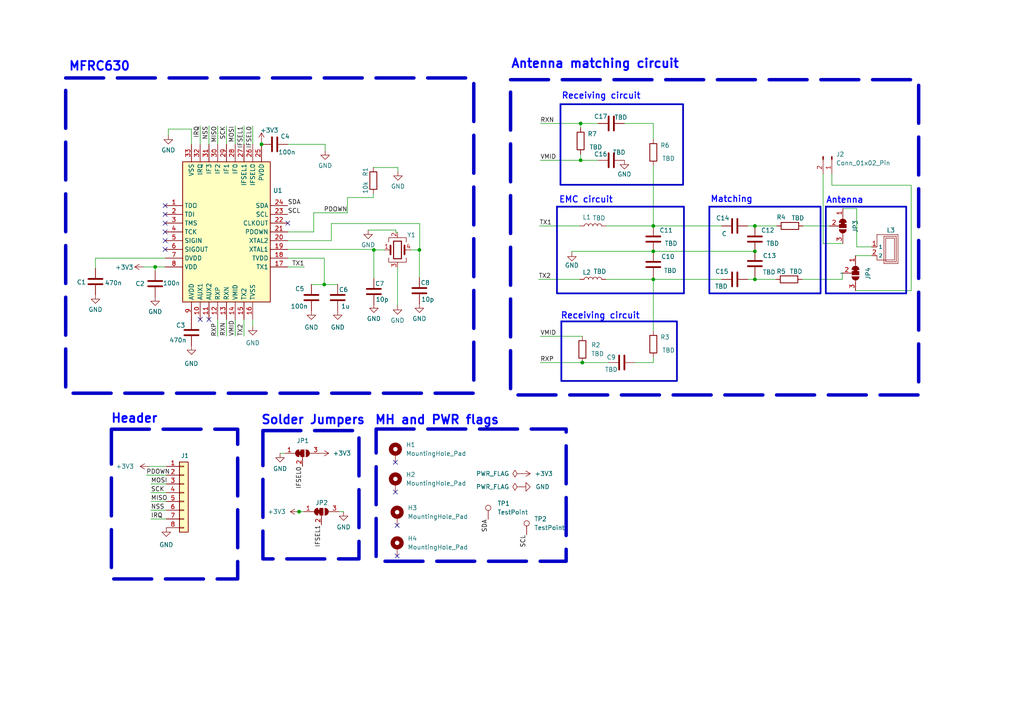
<source format=kicad_sch>
(kicad_sch (version 20230121) (generator eeschema)
  (paper "A4")
  (title_block (title "NFC_Programmer") (date "2023-11-25") (rev "2.0") (company "TycheTools"))
  (lib_symbols
    (symbol "Connector:Conn_01x02_Pin" (pin_names (offset 1.016) hide)
      (property "Reference" "J" (at 0 2.54 0))
      (property "Value" "Conn_01x02_Pin" (at 0 -5.08 0))
      (symbol "Conn_01x02_Pin_1_1"
        (polyline (pts (xy 1.27 -2.54) (xy 0.8636 -2.54)) (stroke (width 0.1524)))
        (polyline (pts (xy 1.27 0) (xy 0.8636 0)) (stroke (width 0.1524)))
        (rectangle (start 0.8636 -2.413) (end 0 -2.667) (stroke (width 0.1524)) (fill (type outline)))
        (rectangle (start 0.8636 0.127) (end 0 -0.127) (stroke (width 0.1524)) (fill (type outline)))
        (pin passive line (at 5.08 0 180) (length 3.81) (name "Pin_1") (number "1"))
        (pin passive line (at 5.08 -2.54 180) (length 3.81) (name "Pin_2") (number "2"))
      )
    )
    (symbol "Connector:TestPoint" (pin_numbers hide) (pin_names (offset 0.762) hide)
      (property "Reference" "TP" (at 0 6.858 0))
      (property "Value" "TestPoint" (at 0 5.08 0))
      (symbol "TestPoint_0_1"
        (circle (center 0 3.302) (radius 0.762))
      )
      (symbol "TestPoint_1_1"
        (pin passive line (at 0 0 90) (length 2.54) (name "1") (number "1"))
      )
    )
    (symbol "Connector_Generic:Conn_01x08" (pin_names (offset 1.016) hide)
      (property "Reference" "J" (at 0 10.16 0))
      (property "Value" "Conn_01x08" (at 0 -12.7 0))
      (symbol "Conn_01x08_1_1"
        (rectangle (start -1.27 -10.033) (end 0 -10.287) (stroke (width 0.1524)))
        (rectangle (start -1.27 -7.493) (end 0 -7.747) (stroke (width 0.1524)))
        (rectangle (start -1.27 -4.953) (end 0 -5.207) (stroke (width 0.1524)))
        (rectangle (start -1.27 -2.413) (end 0 -2.667) (stroke (width 0.1524)))
        (rectangle (start -1.27 0.127) (end 0 -0.127) (stroke (width 0.1524)))
        (rectangle (start -1.27 2.667) (end 0 2.413) (stroke (width 0.1524)))
        (rectangle (start -1.27 5.207) (end 0 4.953) (stroke (width 0.1524)))
        (rectangle (start -1.27 7.747) (end 0 7.493) (stroke (width 0.1524)))
        (rectangle (start -1.27 8.89) (end 1.27 -11.43) (stroke (width 0.254)) (fill (type background)))
        (pin passive line (at -5.08 7.62 0) (length 3.81) (name "Pin_1") (number "1"))
        (pin passive line (at -5.08 5.08 0) (length 3.81) (name "Pin_2") (number "2"))
        (pin passive line (at -5.08 2.54 0) (length 3.81) (name "Pin_3") (number "3"))
        (pin passive line (at -5.08 0 0) (length 3.81) (name "Pin_4") (number "4"))
        (pin passive line (at -5.08 -2.54 0) (length 3.81) (name "Pin_5") (number "5"))
        (pin passive line (at -5.08 -5.08 0) (length 3.81) (name "Pin_6") (number "6"))
        (pin passive line (at -5.08 -7.62 0) (length 3.81) (name "Pin_7") (number "7"))
        (pin passive line (at -5.08 -10.16 0) (length 3.81) (name "Pin_8") (number "8"))
      )
    )
    (symbol "Device:C" (pin_numbers hide) (pin_names (offset 0.254))
      (property "Reference" "C" (at 0.635 2.54 0))
      (property "Value" "C" (at 0.635 -2.54 0))
      (symbol "C_0_1"
        (polyline (pts (xy -2.032 -0.762) (xy 2.032 -0.762)) (stroke (width 0.508)))
        (polyline (pts (xy -2.032 0.762) (xy 2.032 0.762)) (stroke (width 0.508)))
      )
      (symbol "C_1_1"
        (pin passive line (at 0 3.81 270) (length 2.794) (name "~") (number "1"))
        (pin passive line (at 0 -3.81 90) (length 2.794) (name "~") (number "2"))
      )
    )
    (symbol "Device:Crystal_GND23" (pin_names (offset 1.016) hide)
      (property "Reference" "Y" (at 3.175 5.08 0))
      (property "Value" "Crystal_GND23" (at 3.175 3.175 0))
      (symbol "Crystal_GND23_0_1"
        (rectangle (start -1.143 2.54) (end 1.143 -2.54) (stroke (width 0.3048)))
        (polyline (pts (xy -2.54 0) (xy -2.032 0)))
        (polyline (pts (xy -2.032 -1.27) (xy -2.032 1.27)) (stroke (width 0.508)))
        (polyline (pts (xy 0 -3.81) (xy 0 -3.556)))
        (polyline (pts (xy 0 3.556) (xy 0 3.81)))
        (polyline (pts (xy 2.032 -1.27) (xy 2.032 1.27)) (stroke (width 0.508)))
        (polyline (pts (xy 2.032 0) (xy 2.54 0)))
        (polyline (pts (xy -2.54 -2.286) (xy -2.54 -3.556) (xy 2.54 -3.556) (xy 2.54 -2.286)))
        (polyline (pts (xy -2.54 2.286) (xy -2.54 3.556) (xy 2.54 3.556) (xy 2.54 2.286)))
      )
      (symbol "Crystal_GND23_1_1"
        (pin passive line (at -3.81 0 0) (length 1.27) (name "1") (number "1"))
        (pin passive line (at 0 5.08 270) (length 1.27) (name "2") (number "2"))
        (pin passive line (at 0 -5.08 90) (length 1.27) (name "3") (number "3"))
        (pin passive line (at 3.81 0 180) (length 1.27) (name "4") (number "4"))
      )
    )
    (symbol "Device:L" (pin_numbers hide) (pin_names (offset 1.016) hide)
      (property "Reference" "L" (at -1.27 0 90))
      (property "Value" "L" (at 1.905 0 90))
      (symbol "L_0_1"
        (arc (start 0 -2.54) (mid 0.6323 -1.905) (end 0 -1.27))
        (arc (start 0 -1.27) (mid 0.6323 -0.635) (end 0 0))
        (arc (start 0 0) (mid 0.6323 0.635) (end 0 1.27))
        (arc (start 0 1.27) (mid 0.6323 1.905) (end 0 2.54))
      )
      (symbol "L_1_1"
        (pin passive line (at 0 3.81 270) (length 1.27) (name "1") (number "1"))
        (pin passive line (at 0 -3.81 90) (length 1.27) (name "2") (number "2"))
      )
    )
    (symbol "Device:R" (pin_numbers hide) (pin_names (offset 0))
      (property "Reference" "R" (at 2.032 0 90))
      (property "Value" "R" (at 0 0 90))
      (symbol "R_0_1"
        (rectangle (start -1.016 -2.54) (end 1.016 2.54) (stroke (width 0.254)))
      )
      (symbol "R_1_1"
        (pin passive line (at 0 3.81 270) (length 1.27) (name "~") (number "1"))
        (pin passive line (at 0 -3.81 90) (length 1.27) (name "~") (number "2"))
      )
    )
    (symbol "Jumper:SolderJumper_3_Bridged12" (pin_names (offset 0) hide)
      (property "Reference" "JP" (at -2.54 -2.54 0))
      (property "Value" "SolderJumper_3_Bridged12" (at 0 2.794 0))
      (symbol "SolderJumper_3_Bridged12_0_1"
        (rectangle (start -1.016 0.508) (end -0.508 -0.508) (fill (type outline)))
        (arc (start -1.016 1.016) (mid -2.0276 0) (end -1.016 -1.016))
        (arc (start -1.016 1.016) (mid -2.0276 0) (end -1.016 -1.016) (fill (type outline)))
        (rectangle (start -0.508 1.016) (end 0.508 -1.016) (fill (type outline)))
        (polyline (pts (xy -2.54 0) (xy -2.032 0)))
        (polyline (pts (xy -1.016 1.016) (xy -1.016 -1.016)))
        (polyline (pts (xy 0 -1.27) (xy 0 -1.016)))
        (polyline (pts (xy 1.016 1.016) (xy 1.016 -1.016)))
        (polyline (pts (xy 2.54 0) (xy 2.032 0)))
        (arc (start 1.016 -1.016) (mid 2.0276 0) (end 1.016 1.016))
        (arc (start 1.016 -1.016) (mid 2.0276 0) (end 1.016 1.016) (fill (type outline)))
      )
      (symbol "SolderJumper_3_Bridged12_1_1"
        (pin passive line (at -5.08 0 0) (length 2.54) (name "A") (number "1"))
        (pin passive line (at 0 -3.81 90) (length 2.54) (name "C") (number "2"))
        (pin passive line (at 5.08 0 180) (length 2.54) (name "B") (number "3"))
      )
    )
    (symbol "LIB2:Antenna_L"
      (property "Reference" "L" (at 6.35 8.89 0))
      (symbol "Antenna_L_0_1"
        (polyline (pts (xy 10.16 3.81) (xy 15.24 3.81)))
        (polyline (pts (xy 10.16 5.08) (xy 10.16 3.81)))
        (polyline (pts (xy 10.16 7.62) (xy 10.16 7.62)))
        (polyline (pts (xy 10.16 7.62) (xy 10.16 11.176)))
        (polyline (pts (xy 12.192 2.794) (xy 16.256 2.794)))
        (polyline (pts (xy 12.192 10.668) (xy 12.192 2.794)))
        (polyline (pts (xy 15.24 3.81) (xy 15.24 10.16)))
        (polyline (pts (xy 15.24 10.16) (xy 12.7 10.16)))
        (polyline (pts (xy 16.256 2.794) (xy 16.256 11.176)))
        (polyline (pts (xy 16.256 11.176) (xy 10.16 11.176)))
        (polyline (pts (xy 15.748 10.414) (xy 15.748 10.668) (xy 12.192 10.668)))
        (polyline (pts (xy 12.7 10.16) (xy 12.7 3.302) (xy 15.748 3.302) (xy 15.748 10.414)))
      )
      (symbol "Antenna_L_1_0"
        (pin power_in line (at 8.636 7.62 0) (length 1.5) (name "1") (number "1"))
        (pin power_out line (at 8.636 5.08 0) (length 1.5) (name "2") (number "2"))
      )
    )
    (symbol "MFRC63002HN_151:MFRC63002HN,151"
      (property "Reference" "IC" (at 31.75 17.78 0))
      (property "Value" "MFRC63002HN,151" (at 31.75 15.24 0))
      (symbol "MFRC63002HN,151_1_1"
        (rectangle (start 5.08 12.7) (end 30.48 -27.94) (stroke (width 0.254)) (fill (type background)))
        (pin output line (at 0 0 0) (length 5.08) (name "TDO") (number "1"))
        (pin output line (at 10.16 -33.02 90) (length 5.08) (name "AUX1") (number "10"))
        (pin output line (at 12.7 -33.02 90) (length 5.08) (name "AUX2") (number "11"))
        (pin input line (at 15.24 -33.02 90) (length 5.08) (name "RXP") (number "12"))
        (pin input line (at 17.78 -33.02 90) (length 5.08) (name "RXN") (number "13"))
        (pin power_in line (at 20.32 -33.02 90) (length 5.08) (name "VMID") (number "14"))
        (pin output line (at 22.86 -33.02 90) (length 5.08) (name "TX2") (number "15"))
        (pin power_in line (at 25.4 -33.02 90) (length 5.08) (name "TVSS") (number "16"))
        (pin output line (at 35.56 -17.78 180) (length 5.08) (name "TX1") (number "17"))
        (pin power_in line (at 35.56 -15.24 180) (length 5.08) (name "TVDD") (number "18"))
        (pin input line (at 35.56 -12.7 180) (length 5.08) (name "XTAL1") (number "19"))
        (pin input line (at 0 -2.54 0) (length 5.08) (name "TDI") (number "2"))
        (pin output line (at 35.56 -10.16 180) (length 5.08) (name "XTAL2") (number "20"))
        (pin input line (at 35.56 -7.62 180) (length 5.08) (name "PDOWN") (number "21"))
        (pin output line (at 35.56 -5.08 180) (length 5.08) (name "CLKOUT") (number "22"))
        (pin output line (at 35.56 -2.54 180) (length 5.08) (name "SCL") (number "23"))
        (pin bidirectional line (at 35.56 0 180) (length 5.08) (name "SDA") (number "24"))
        (pin power_in line (at 27.94 17.78 270) (length 5.08) (name "PVDD") (number "25"))
        (pin input line (at 25.4 17.78 270) (length 5.08) (name "IFSEL0") (number "26"))
        (pin input line (at 22.86 17.78 270) (length 5.08) (name "IFSEL1") (number "27"))
        (pin bidirectional line (at 20.32 17.78 270) (length 5.08) (name "IF0") (number "28"))
        (pin bidirectional line (at 17.78 17.78 270) (length 5.08) (name "IF1") (number "29"))
        (pin input line (at 0 -5.08 0) (length 5.08) (name "TMS") (number "3"))
        (pin bidirectional line (at 15.24 17.78 270) (length 5.08) (name "IF2") (number "30"))
        (pin bidirectional line (at 12.7 17.78 270) (length 5.08) (name "IF3") (number "31"))
        (pin output line (at 10.16 17.78 270) (length 5.08) (name "IRQ") (number "32"))
        (pin power_in line (at 7.62 17.78 270) (length 5.08) (name "VSS") (number "33"))
        (pin input line (at 0 -7.62 0) (length 5.08) (name "TCK") (number "4"))
        (pin input line (at 0 -10.16 0) (length 5.08) (name "SIGIN") (number "5"))
        (pin output line (at 0 -12.7 0) (length 5.08) (name "SIGOUT") (number "6"))
        (pin power_in line (at 0 -15.24 0) (length 5.08) (name "DVDD") (number "7"))
        (pin power_in line (at 0 -17.78 0) (length 5.08) (name "VDD") (number "8"))
        (pin power_in line (at 7.62 -33.02 90) (length 5.08) (name "AVDD") (number "9"))
      )
    )
    (symbol "Mechanical:MountingHole_Pad" (pin_numbers hide) (pin_names (offset 1.016) hide)
      (property "Reference" "H" (at 0 6.35 0))
      (property "Value" "MountingHole_Pad" (at 0 4.445 0))
      (symbol "MountingHole_Pad_0_1"
        (circle (center 0 1.27) (radius 1.27) (stroke (width 1.27)))
      )
      (symbol "MountingHole_Pad_1_1"
        (pin input line (at 0 -2.54 90) (length 2.54) (name "1") (number "1"))
      )
    )
    (symbol "power:+3V3" (power) (pin_names (offset 0))
      (property "Value" "+3V3" (at 0 3.556 0))
      (symbol "+3V3_0_1"
        (polyline (pts (xy -0.762 1.27) (xy 0 2.54)))
        (polyline (pts (xy 0 0) (xy 0 2.54)))
        (polyline (pts (xy 0 2.54) (xy 0.762 1.27)))
      )
      (symbol "+3V3_1_1"
        (pin power_in line (at 0 0 90) (length 0) hide (name "+3V3") (number "1"))
      )
    )
    (symbol "power:GND" (power) (pin_names (offset 0))
      (property "Value" "GND" (at 0 -3.81 0))
      (symbol "GND_0_1"
        (polyline (pts (xy 0 0) (xy 0 -1.27) (xy 1.27 -1.27) (xy 0 -2.54) (xy -1.27 -1.27) (xy 0 -1.27)))
      )
      (symbol "GND_1_1"
        (pin power_in line (at 0 0 270) (length 0) hide (name "GND") (number "1"))
      )
    )
    (symbol "power:PWR_FLAG" (power) (pin_numbers hide) (pin_names (offset 0) hide)
      (property "Value" "PWR_FLAG" (at 0 3.81 0))
      (symbol "PWR_FLAG_0_0"
        (pin power_out line (at 0 0 90) (length 0) (name "pwr") (number "1"))
      )
      (symbol "PWR_FLAG_0_1"
        (polyline (pts (xy 0 0) (xy 0 1.27) (xy -1.016 1.905) (xy 0 2.54) (xy 1.016 1.905) (xy 0 1.27)))
      )
    )
  )
  (junction (at 45.0088 77.4192))
  (junction (at 189.484 72.898))
  (junction (at 218.948 81.026))
  (junction (at 218.948 72.898))
  (junction (at 86.741 148.4122))
  (junction (at 189.484 81.026))
  (junction (at 94.0562 82.5246))
  (junction (at 189.484 65.532))
  (junction (at 121.6406 72.4916))
  (junction (at 75.8444 41.8592))
  (junction (at 218.948 65.532))
  (junction (at 108.4326 72.4916))
  (junction (at 168.402 35.814))
  (junction (at 168.91 105.156))
  (junction (at 168.402 46.482))
  (no_connect (at 60.6044 92.6592))
  (no_connect (at 114.681 142.7226))
  (no_connect (at 47.9044 59.6392))
  (no_connect (at 47.9044 64.7192))
  (no_connect (at 115.189 161.2646))
  (no_connect (at 58.0644 92.6592))
  (no_connect (at 83.4644 64.7192))
  (no_connect (at 114.681 134.0866))
  (no_connect (at 115.189 152.3746))
  (no_connect (at 47.9044 72.3392))
  (no_connect (at 47.9044 62.1792))
  (no_connect (at 47.9044 69.7992))
  (no_connect (at 47.9044 67.2592))
  (wire (pts (xy 94.3102 41.8592) (xy 94.3102 43.7134)))
  (wire (pts (xy 238.7346 70.612) (xy 238.7346 50.4698)))
  (wire (pts (xy 121.7422 64.8462) (xy 121.7422 72.4154)))
  (wire (pts (xy 165.862 72.898) (xy 189.484 72.898)))
  (wire (pts (xy 73.3044 92.6592) (xy 73.3044 94.6404)))
  (wire (pts (xy 99.6442 148.4122) (xy 98.298 148.4122)))
  (wire (pts (xy 119.1006 72.4916) (xy 121.6406 72.4916)))
  (wire (pts (xy 189.484 105.156) (xy 184.15 105.156)))
  (wire (pts (xy 114.808 66.7258) (xy 114.808 67.4116)))
  (wire (pts (xy 218.948 81.026) (xy 225.044 81.026)))
  (wire (pts (xy 189.484 65.532) (xy 209.296 65.532)))
  (wire (pts (xy 232.664 81.026) (xy 244.3226 81.026)))
  (wire (pts (xy 43.7642 145.4404) (xy 48.2346 145.4404)))
  (wire (pts (xy 218.948 72.644) (xy 218.948 72.898)))
  (wire (pts (xy 45.0088 77.4192) (xy 47.9044 77.4192)))
  (wire (pts (xy 65.6844 36.5252) (xy 65.6844 41.8592)))
  (wire (pts (xy 240.6396 65.532) (xy 240.6396 65.5574)))
  (wire (pts (xy 94.0562 82.5246) (xy 97.9424 82.5246)))
  (wire (pts (xy 156.718 46.482) (xy 168.402 46.482)))
  (wire (pts (xy 168.402 35.814) (xy 173.482 35.814)))
  (wire (pts (xy 156.21 81.026) (xy 168.148 81.026)))
  (wire (pts (xy 83.4644 72.3392) (xy 108.3564 72.3392)))
  (wire (pts (xy 156.718 97.536) (xy 168.91 97.536)))
  (wire (pts (xy 156.718 35.814) (xy 168.402 35.814)))
  (wire (pts (xy 90.9828 61.722) (xy 100.7618 61.722)))
  (wire (pts (xy 63.1444 92.6592) (xy 63.1444 97.6122)))
  (wire (pts (xy 65.6844 92.6592) (xy 65.6844 97.4852)))
  (wire (pts (xy 115.2906 77.5716) (xy 115.2906 88.6206)))
  (wire (pts (xy 108.4326 88.3666) (xy 108.4326 88.1126)))
  (wire (pts (xy 100.7618 57.3024) (xy 108.2802 57.3024)))
  (wire (pts (xy 108.2802 48.5902) (xy 108.2802 48.5648)))
  (wire (pts (xy 121.6406 72.4916) (xy 121.6406 80.4926)))
  (wire (pts (xy 168.402 44.704) (xy 168.402 46.482)))
  (wire (pts (xy 90.9828 67.2592) (xy 83.4644 67.2592)))
  (wire (pts (xy 43.7642 147.9804) (xy 48.2346 147.9804)))
  (wire (pts (xy 106.7816 66.7258) (xy 114.808 66.7258)))
  (wire (pts (xy 264.287 84.3026) (xy 264.287 53.721)))
  (wire (pts (xy 181.102 35.814) (xy 189.484 35.814)))
  (wire (pts (xy 189.484 72.898) (xy 218.948 72.898)))
  (wire (pts (xy 100.7618 61.722) (xy 100.7618 57.3024)))
  (wire (pts (xy 189.484 81.026) (xy 189.484 96.012)))
  (wire (pts (xy 27.686 74.8792) (xy 47.9044 74.8792)))
  (wire (pts (xy 238.76 70.612) (xy 238.7346 70.612)))
  (wire (pts (xy 108.3564 72.3392) (xy 108.3564 72.4916)))
  (wire (pts (xy 252.8316 71.6026) (xy 248.4882 71.6026)))
  (wire (pts (xy 45.0088 77.4192) (xy 45.0088 78.4606)))
  (wire (pts (xy 218.948 65.532) (xy 225.298 65.532)))
  (wire (pts (xy 73.3044 36.5252) (xy 73.3044 41.8592)))
  (wire (pts (xy 90.3224 82.5246) (xy 90.3224 82.4992)))
  (wire (pts (xy 83.4644 69.7992) (xy 96.1136 69.7992)))
  (wire (pts (xy 165.862 72.898) (xy 165.862 73.152)))
  (wire (pts (xy 108.3564 72.4916) (xy 108.4326 72.4916)))
  (wire (pts (xy 216.916 65.532) (xy 218.948 65.532)))
  (wire (pts (xy 244.3226 81.026) (xy 244.3226 79.2226)))
  (wire (pts (xy 156.464 65.532) (xy 168.148 65.532)))
  (wire (pts (xy 189.484 35.814) (xy 189.484 40.386)))
  (wire (pts (xy 108.2802 56.1848) (xy 108.2802 57.3024)))
  (wire (pts (xy 175.768 65.532) (xy 189.484 65.532)))
  (wire (pts (xy 42.4434 137.8204) (xy 48.2346 137.8204)))
  (wire (pts (xy 70.7644 92.6592) (xy 70.7644 97.4852)))
  (wire (pts (xy 189.484 81.026) (xy 189.484 80.518)))
  (wire (pts (xy 27.686 74.8792) (xy 27.686 77.851)))
  (wire (pts (xy 189.484 72.898) (xy 189.484 73.152)))
  (wire (pts (xy 86.7156 148.4122) (xy 86.741 148.4122)))
  (wire (pts (xy 68.2244 92.6592) (xy 68.2244 97.4852)))
  (wire (pts (xy 108.2802 48.5902) (xy 115.4176 48.5902)))
  (wire (pts (xy 83.4644 74.8792) (xy 94.0562 74.8792)))
  (wire (pts (xy 83.4644 77.4192) (xy 88.2904 77.4192)))
  (wire (pts (xy 248.4882 60.4774) (xy 248.4882 71.6026)))
  (wire (pts (xy 97.9424 82.5246) (xy 97.9424 82.4992)))
  (wire (pts (xy 218.948 80.264) (xy 218.948 81.026)))
  (wire (pts (xy 58.0644 36.5252) (xy 58.0644 41.8592)))
  (wire (pts (xy 90.3224 82.5246) (xy 94.0562 82.5246)))
  (wire (pts (xy 264.287 53.721) (xy 241.2746 53.721)))
  (wire (pts (xy 189.484 81.026) (xy 209.296 81.026)))
  (wire (pts (xy 48.8188 37.4396) (xy 48.8188 39.2176)))
  (wire (pts (xy 41.6306 77.4192) (xy 45.0088 77.4192)))
  (wire (pts (xy 96.1136 64.8462) (xy 121.7422 64.8462)))
  (wire (pts (xy 68.2244 36.5252) (xy 68.2244 41.8592)))
  (wire (pts (xy 43.7642 142.9004) (xy 48.2346 142.9004)))
  (wire (pts (xy 115.4176 49.7332) (xy 115.4176 48.5902)))
  (wire (pts (xy 168.402 46.482) (xy 173.482 46.482)))
  (wire (pts (xy 81.2292 131.4704) (xy 82.6516 131.4704)))
  (wire (pts (xy 63.1444 36.5252) (xy 63.1444 41.8592)))
  (wire (pts (xy 248.1326 74.1426) (xy 252.8316 74.1426)))
  (wire (pts (xy 238.76 70.612) (xy 238.76 70.6374)))
  (wire (pts (xy 248.4882 60.4774) (xy 244.4496 60.4774)))
  (wire (pts (xy 108.4326 72.4916) (xy 111.4806 72.4916)))
  (wire (pts (xy 121.7422 72.4154) (xy 121.6406 72.4154)))
  (wire (pts (xy 90.9828 61.722) (xy 90.9828 67.2592)))
  (wire (pts (xy 168.402 35.814) (xy 168.402 37.084)))
  (wire (pts (xy 94.0562 74.8792) (xy 94.0562 82.5246)))
  (wire (pts (xy 156.718 105.156) (xy 168.91 105.156)))
  (wire (pts (xy 248.1326 84.3026) (xy 264.287 84.3026)))
  (wire (pts (xy 232.918 65.532) (xy 240.6396 65.532)))
  (wire (pts (xy 189.484 103.632) (xy 189.484 105.156)))
  (wire (pts (xy 241.2746 50.4698) (xy 241.2746 53.721)))
  (wire (pts (xy 218.948 73.152) (xy 218.948 72.898)))
  (wire (pts (xy 114.808 67.4116) (xy 115.2906 67.4116)))
  (wire (pts (xy 189.484 48.006) (xy 189.484 65.532)))
  (wire (pts (xy 86.741 148.4122) (xy 88.138 148.4122)))
  (wire (pts (xy 43.7642 140.3604) (xy 48.2346 140.3604)))
  (wire (pts (xy 108.4326 72.4916) (xy 108.4326 80.7466)))
  (wire (pts (xy 43.2054 135.2804) (xy 48.2346 135.2804)))
  (wire (pts (xy 175.768 81.026) (xy 189.484 81.026)))
  (wire (pts (xy 43.7642 150.5204) (xy 48.2346 150.5204)))
  (wire (pts (xy 96.1136 64.8462) (xy 96.1136 69.7992)))
  (wire (pts (xy 75.8444 41.0972) (xy 75.8444 41.8592)))
  (wire (pts (xy 121.6406 72.4154) (xy 121.6406 72.4916)))
  (wire (pts (xy 48.8188 37.4396) (xy 55.5244 37.4396)))
  (wire (pts (xy 60.6044 36.5252) (xy 60.6044 41.8592)))
  (wire (pts (xy 70.7644 36.5252) (xy 70.7644 41.8592)))
  (wire (pts (xy 216.916 81.026) (xy 218.948 81.026)))
  (wire (pts (xy 83.4644 41.8592) (xy 94.3102 41.8592)))
  (wire (pts (xy 168.91 105.156) (xy 176.53 105.156)))
  (wire (pts (xy 238.76 70.6374) (xy 244.4496 70.6374)))
  (wire (pts (xy 55.5244 41.8592) (xy 55.5244 37.4396)))
  (rectangle (start 205.74 59.944) (end 237.998 85.09) (stroke (width 0.5)))
  (rectangle (start 148.082 23.114) (end 266.446 114.554) (stroke (width 1) (type dash)))
  (rectangle (start 161.544 59.944) (end 198.374 85.09) (stroke (width 0.5)))
  (rectangle (start 239.522 59.944) (end 262.8392 85.09) (stroke (width 0.5)))
  (rectangle (start 76.2508 124.8918) (end 104.1146 162.1028) (stroke (width 1) (type dash)))
  (rectangle (start 32.3088 124.4854) (end 68.9356 167.9194) (stroke (width 1) (type dash)))
  (rectangle (start 109.093 124.4346) (end 164.211 162.7886) (stroke (width 1) (type dash)))
  (rectangle (start 162.814 93.218) (end 196.342 110.49) (stroke (width 0.5)))
  (rectangle (start 19.05 22.606) (end 137.414 114.046) (stroke (width 1) (type dash)))
  (rectangle (start 162.56 30.226) (end 198.12 53.594) (stroke (width 0.5)))
  (text "EMC circuit\n\n" (at 162.052 61.976 0) (effects (font (size 1.8 1.8) (thickness 0.3) bold) (justify left bottom)))
  (text "Receiving circuit\n" (at 162.56 92.71 0) (effects (font (size 1.8 1.8) (thickness 0.3) bold) (justify left bottom)))
  (text "Solder Jumpers\n" (at 75.6158 123.3932 0) (effects (font (size 2.54 2.54) (thickness 0.508) bold) (justify left bottom)))
  (text "MH and PWR flags" (at 108.585 123.4186 0) (effects (font (size 2.54 2.54) (thickness 0.508) bold) (justify left bottom)))
  (text "Matching\n" (at 205.994 58.928 0) (effects (font (size 1.8 1.8) (thickness 0.3) bold) (justify left bottom)))
  (text "Antenna\n" (at 239.522 59.182 0) (effects (font (size 1.8 1.8) (thickness 0.3) bold) (justify left bottom)))
  (text "Antenna matching circuit" (at 148.082 20.066 0) (effects (font (size 2.54 2.54) (thickness 0.508) bold) (justify left bottom)))
  (text "Header" (at 32.0548 122.9614 0) (effects (font (size 2.54 2.54) (thickness 0.508) bold) (justify left bottom)))
  (text "MFRC630" (at 19.812 20.828 0) (effects (font (size 2.54 2.54) (thickness 0.508) bold) (justify left bottom)))
  (text "Receiving circuit\n" (at 162.814 28.956 0) (effects (font (size 1.8 1.8) (thickness 0.3) bold) (justify left bottom)))
  (label "SCK" (at 65.6844 36.5252 270))
  (label "PDOWN" (at 42.4434 137.8204 0))
  (label "SCK" (at 43.7642 142.9004 0))
  (label "RXP" (at 63.1444 97.6122 90))
  (label "RXN" (at 156.718 35.814 0))
  (label "SCL" (at 83.4644 62.1792 0))
  (label "PDOWN" (at 100.7618 61.722 180))
  (label "VMID" (at 156.718 46.482 0))
  (label "IFSEL1" (at 70.7644 36.5252 270))
  (label "IFSEL0" (at 73.3044 36.5252 270))
  (label "MISO" (at 63.1444 36.5252 270))
  (label "VMID" (at 156.718 97.536 0))
  (label "IFSEL0" (at 87.7316 135.2804 270))
  (label "IFSEL1" (at 93.218 152.2222 270))
  (label "TX1" (at 156.464 65.532 0))
  (label "RXN" (at 65.6844 97.4852 90))
  (label "VMID" (at 68.2244 97.4852 90))
  (label "SCL" (at 152.7556 155.0924 270))
  (label "NSS" (at 43.7642 147.9804 0))
  (label "SDA" (at 83.4644 59.6392 0))
  (label "MOSI" (at 43.7642 140.3604 0))
  (label "NSS" (at 60.6044 36.5252 270))
  (label "MISO" (at 43.7642 145.4404 0))
  (label "RXP" (at 156.718 105.156 0))
  (label "IRQ" (at 43.7642 150.5204 0))
  (label "SDA" (at 141.605 150.5966 270))
  (label "TX1" (at 88.2904 77.4192 180))
  (label "IRQ" (at 58.0644 36.5252 270))
  (label "TX2" (at 156.21 81.026 0))
  (label "TX2" (at 70.7644 97.4852 90))
  (label "MOSI" (at 68.2244 36.5252 270))
  (symbol (lib_id "power:GND") (at 81.2292 131.4704 0) (unit 1)
    (property "Reference" "#PWR08" (effects hide))
    (property "Value" "GND" (at 81.2292 135.9408 0))
  )
  (symbol (lib_id "LIB2:Antenna_L") (at 244.1956 79.2226 0) (unit 1)
    (property "Reference" "L3" (at 257.1496 66.7766 0) (effects (justify left)))
    (property "Value" "~" (at 244.1956 79.2226 0))
  )
  (symbol (lib_id "power:GND") (at 48.8188 39.2176 0) (unit 1)
    (property "Reference" "#PWR06" (effects hide))
    (property "Value" "GND" (at 48.8188 43.5356 0))
  )
  (symbol (lib_id "power:GND") (at 94.3102 43.7134 0) (unit 1)
    (property "Reference" "#PWR010" (effects hide))
    (property "Value" "GND" (at 94.3102 48.0314 0))
  )
  (symbol (lib_id "power:+3V3") (at 86.741 148.4122 90) (unit 1)
    (property "Reference" "#PWR07" (effects hide))
    (property "Value" "+3V3" (at 82.9056 148.4122 90) (effects (justify left)))
  )
  (symbol (lib_id "Device:R") (at 168.91 101.346 0) (unit 1)
    (property "Reference" "R2" (at 171.45 100.076 0) (effects (justify left)))
    (property "Value" "TBD" (at 171.45 102.616 0) (effects (justify left)))
    (property "Footprint" "Resistor_SMD:R_0603_1608Metric_Pad0.98x0.95mm_HandSolder" (effects hide))
  )
  (symbol (lib_id "power:PWR_FLAG") (at 151.257 137.3886 90) (unit 1)
    (property "Reference" "#FLG02" (effects hide))
    (property "Value" "PWR_FLAG" (at 147.701 137.3886 90) (effects (justify left)))
    (property "Footprint" "TestPoint:TestPoint_Loop_D1.80mm_Drill1.0mm_Beaded" (effects hide))
  )
  (symbol (lib_id "Jumper:SolderJumper_3_Bridged12") (at 93.218 148.4122 0) (unit 1)
    (property "Reference" "JP2" (at 93.3196 145.8214 0))
    (property "Value" "SolderJumper_3_Bridged12" (effects hide))
    (property "Footprint" "Jumper:SolderJumper-3_P1.3mm_Bridged12_Pad1.0x1.5mm_NumberLabels" (effects hide))
  )
  (symbol (lib_id "Device:C") (at 213.106 65.532 90) (unit 1)
    (property "Reference" "C14" (at 211.582 63.246 90) (effects (justify left)))
    (property "Value" "C" (at 210.82 67.818 90) (effects (justify left)))
    (property "Footprint" "Capacitor_SMD:C_0603_1608Metric_Pad1.08x0.95mm_HandSolder" (effects hide))
  )
  (symbol (lib_id "Mechanical:MountingHole_Pad") (at 115.189 149.8346 0) (unit 1)
    (property "Reference" "H3" (at 118.237 147.2946 0) (effects (justify left)))
    (property "Value" "MountingHole_Pad" (at 118.237 149.8346 0) (effects (justify left)))
    (property "Footprint" "MountingHole:MountingHole_3mm" (effects hide))
  )
  (symbol (lib_id "Device:C") (at 45.0088 82.2706 0) (mirror y) (unit 1)
    (property "Reference" "C2" (at 41.9608 82.2706 0) (effects (justify left)))
    (property "Value" "100n" (at 52.2224 82.1182 0) (effects (justify left)))
    (property "Footprint" "Capacitor_SMD:C_0603_1608Metric_Pad1.08x0.95mm_HandSolder" (effects hide))
  )
  (symbol (lib_id "Device:C") (at 108.4326 84.5566 0) (mirror y) (unit 1)
    (property "Reference" "C7" (at 111.4806 82.2706 0) (effects (justify left)))
    (property "Value" "10p" (at 112.7506 86.8426 0) (effects (justify left)))
    (property "Footprint" "Capacitor_SMD:C_0603_1608Metric_Pad1.08x0.95mm_HandSolder" (effects hide))
  )
  (symbol (lib_id "power:GND") (at 106.7816 66.7258 0) (unit 1)
    (property "Reference" "#PWR021" (effects hide))
    (property "Value" "GND" (at 106.7816 71.0438 0))
  )
  (symbol (lib_id "power:+3V3") (at 92.8116 131.4704 270) (unit 1)
    (property "Reference" "#PWR026" (effects hide))
    (property "Value" "+3V3" (at 96.52 131.4704 90) (effects (justify left)))
  )
  (symbol (lib_id "Device:C") (at 218.948 76.454 0) (unit 1)
    (property "Reference" "C13" (at 221.234 74.168 0) (effects (justify left)))
    (property "Value" "TBD" (at 221.2086 78.9432 0) (effects (justify left)))
    (property "Footprint" "Capacitor_SMD:C_0603_1608Metric_Pad1.08x0.95mm_HandSolder" (effects hide))
  )
  (symbol (lib_id "Mechanical:MountingHole_Pad") (at 114.681 131.5466 0) (unit 1)
    (property "Reference" "H1" (at 117.729 129.0066 0) (effects (justify left)))
    (property "Value" "MountingHole_Pad" (at 117.729 131.5466 0) (effects (justify left)))
    (property "Footprint" "MountingHole:MountingHole_3mm" (effects hide))
  )
  (symbol (lib_id "Device:Crystal_GND23") (at 115.2906 72.4916 0) (unit 1)
    (property "Reference" "Y1" (at 119.3038 68.1482 0))
    (property "Value" "Crystal_GND23" (effects hide))
    (property "Footprint" "Crystal:Crystal_SMD_2016-4Pin_2.0x1.6mm" (effects hide))
  )
  (symbol (lib_id "Device:C") (at 189.484 69.342 0) (unit 1)
    (property "Reference" "C11" (at 191.262 66.802 0) (effects (justify left)))
    (property "Value" "TBD" (at 192.786 70.612 0) (effects (justify left)))
    (property "Footprint" "Capacitor_SMD:C_0603_1608Metric_Pad1.08x0.95mm_HandSolder" (effects hide))
  )
  (symbol (lib_id "power:+3V3") (at 151.257 137.3886 270) (unit 1)
    (property "Reference" "#PWR032" (effects hide))
    (property "Value" "+3V3" (at 155.067 137.3886 90) (effects (justify left)))
  )
  (symbol (lib_id "Device:C") (at 79.6544 41.8592 90) (unit 1)
    (property "Reference" "C4" (at 82.7024 39.5732 90))
    (property "Value" "100n" (at 83.2104 44.1452 90))
    (property "Footprint" "Capacitor_SMD:C_0603_1608Metric_Pad1.08x0.95mm_HandSolder" (effects hide))
  )
  (symbol (lib_id "Device:C") (at 90.3224 86.3092 0) (mirror y) (unit 1)
    (property "Reference" "C5" (at 88.2904 83.7692 0) (effects (justify left)))
    (property "Value" "100n" (at 89.3064 88.8492 0) (effects (justify left)))
    (property "Footprint" "Capacitor_SMD:C_0603_1608Metric_Pad1.08x0.95mm_HandSolder" (effects hide))
  )
  (symbol (lib_id "Connector:TestPoint") (at 141.605 150.5966 0) (unit 1)
    (property "Reference" "TP1" (at 144.2466 146.0246 0) (effects (justify left)))
    (property "Value" "TestPoint" (at 144.2466 148.5646 0) (effects (justify left)))
    (property "Footprint" "TestPoint:TestPoint_Pad_1.0x1.0mm" (effects hide))
  )
  (symbol (lib_id "power:GND") (at 181.102 46.482 0) (unit 1)
    (property "Reference" "#PWR018" (effects hide))
    (property "Value" "GND" (at 181.102 50.546 0))
  )
  (symbol (lib_id "Jumper:SolderJumper_3_Bridged12") (at 87.7316 131.4704 0) (unit 1)
    (property "Reference" "JP1" (at 87.8332 127.8382 0))
    (property "Value" "SolderJumper_3_Bridged12" (effects hide))
    (property "Footprint" "Jumper:SolderJumper-3_P1.3mm_Bridged12_Pad1.0x1.5mm_NumberLabels" (effects hide))
  )
  (symbol (lib_id "power:GND") (at 48.2346 153.0604 0) (unit 1)
    (property "Reference" "#PWR020" (effects hide))
    (property "Value" "GND" (at 48.2346 158.0134 0))
  )
  (symbol (lib_id "Device:R") (at 108.2802 52.3748 180) (unit 1)
    (property "Reference" "R1" (at 105.9942 49.8348 90))
    (property "Value" "10k" (at 105.9942 54.4068 90))
    (property "Footprint" "Resistor_SMD:R_0603_1608Metric_Pad0.98x0.95mm_HandSolder" (effects hide))
  )
  (symbol (lib_id "MFRC63002HN_151:MFRC63002HN,151") (at 47.9044 59.6392 0) (unit 1)
    (property "Reference" "U1" (at 80.5688 55.2511 0))
    (property "Value" "MFRC63002HN,151" (effects hide))
    (property "Footprint" "Library3:MFRC630_MOUSER" (effects hide))
    (property "Datasheet" "http://www.nxp.com/docs/en/data-sheet/MFRC630.pdf" (effects hide))
    (property "Height" "1" (effects hide))
    (property "Manufacturer_Name" "NXP" (effects hide))
    (property "Manufacturer_Part_Number" "MFRC63002HN,151" (effects hide))
    (property "Mouser Part Number" "771-MFRC63002HN151" (effects hide))
    (property "Mouser Price/Stock" "https://www.mouser.co.uk/ProductDetail/NXP-Semiconductors/MFRC63002HN151?qs=NQoTdinTi9Gyn8oEeCX95Q%3D%3D" (effects hide))
    (property "Arrow Part Number" "MFRC63002HN,151" (effects hide))
    (property "Arrow Price/Stock" "https://www.arrow.com/en/products/mfrc63002hn151/nxp-semiconductors?region=nac" (effects hide))
  )
  (symbol (lib_id "Mechanical:MountingHole_Pad") (at 114.681 140.1826 0) (unit 1)
    (property "Reference" "H2" (at 117.729 137.6426 0) (effects (justify left)))
    (property "Value" "MountingHole_Pad" (at 117.729 140.1826 0) (effects (justify left)))
    (property "Footprint" "MountingHole:MountingHole_3mm" (effects hide))
  )
  (symbol (lib_id "Device:C") (at 213.106 81.026 90) (unit 1)
    (property "Reference" "C15" (at 211.328 78.74 90) (effects (justify left)))
    (property "Value" "TBD" (at 211.074 83.058 90) (effects (justify left)))
    (property "Footprint" "Capacitor_SMD:C_0603_1608Metric_Pad1.08x0.95mm_HandSolder" (effects hide))
  )
  (symbol (lib_id "Device:R") (at 168.402 40.894 0) (unit 1)
    (property "Reference" "R7" (at 170.434 38.862 0) (effects (justify left)))
    (property "Value" "TBD" (at 170.942 42.672 0) (effects (justify left)))
    (property "Footprint" "Resistor_SMD:R_0603_1608Metric_Pad0.98x0.95mm_HandSolder" (effects hide))
  )
  (symbol (lib_id "power:GND") (at 151.257 141.1986 90) (unit 1)
    (property "Reference" "#PWR033" (effects hide))
    (property "Value" "GND" (at 155.321 141.1986 90) (effects (justify right)))
  )
  (symbol (lib_id "Device:L") (at 171.958 65.532 90) (unit 1)
    (property "Reference" "L1" (at 170.18 62.992 90))
    (property "Value" "TBD" (at 173.736 63.246 90))
    (property "Footprint" "Inductor_SMD:L_0603_1608Metric_Pad1.05x0.95mm_HandSolder" (effects hide))
  )
  (symbol (lib_id "Device:R") (at 189.484 44.196 0) (unit 1)
    (property "Reference" "R6" (at 191.516 42.164 0) (effects (justify left)))
    (property "Value" "TBD" (at 192.024 45.974 0) (effects (justify left)))
    (property "Footprint" "Resistor_SMD:R_0603_1608Metric_Pad0.98x0.95mm_HandSolder" (effects hide))
  )
  (symbol (lib_id "power:GND") (at 115.2906 88.6206 0) (unit 1)
    (property "Reference" "#PWR013" (effects hide))
    (property "Value" "GND" (at 115.2906 92.9386 0))
  )
  (symbol (lib_id "Connector:Conn_01x02_Pin") (at 241.2746 45.3898 270) (unit 1)
    (property "Reference" "J2" (at 242.4938 44.7548 90) (effects (justify left)))
    (property "Value" "Conn_01x02_Pin" (at 242.4938 47.2948 90) (effects (justify left)))
    (property "Footprint" "Connector_PinHeader_2.00mm:PinHeader_1x02_P2.00mm_Vertical" (effects hide))
  )
  (symbol (lib_id "Device:C") (at 97.9424 86.3092 0) (mirror y) (unit 1)
    (property "Reference" "C6" (at 100.9904 84.0232 0) (effects (justify left)))
    (property "Value" "1u" (at 101.4984 88.8492 0) (effects (justify left)))
    (property "Footprint" "Capacitor_SMD:C_0603_1608Metric_Pad1.08x0.95mm_HandSolder" (effects hide))
  )
  (symbol (lib_id "power:GND") (at 73.3044 94.6404 0) (unit 1)
    (property "Reference" "#PWR05" (effects hide))
    (property "Value" "GND" (at 73.3044 99.4664 0))
  )
  (symbol (lib_id "Device:C") (at 177.292 35.814 90) (unit 1)
    (property "Reference" "C17" (at 174.244 33.782 90))
    (property "Value" "TBD" (at 180.086 34.036 90))
    (property "Footprint" "Capacitor_SMD:C_0603_1608Metric_Pad1.08x0.95mm_HandSolder" (effects hide))
  )
  (symbol (lib_id "power:+3V3") (at 75.8444 41.0972 0) (unit 1)
    (property "Reference" "#PWR09" (effects hide))
    (property "Value" "+3V3" (at 78.1304 37.7952 0))
  )
  (symbol (lib_id "power:GND") (at 99.6442 148.4122 0) (unit 1)
    (property "Reference" "#PWR022" (effects hide))
    (property "Value" "GND" (at 99.6442 152.8826 0))
  )
  (symbol (lib_id "Jumper:SolderJumper_3_Bridged12") (at 248.1326 79.2226 270) (unit 1)
    (property "Reference" "JP4" (at 251.7648 79.3242 0))
    (property "Value" "SolderJumper_3_Bridged12" (effects hide))
    (property "Footprint" "Jumper:SolderJumper-3_P1.3mm_Bridged12_Pad1.0x1.5mm_NumberLabels" (effects hide))
  )
  (symbol (lib_id "power:GND") (at 45.0088 86.0806 0) (unit 1)
    (property "Reference" "#PWR02" (effects hide))
    (property "Value" "GND" (at 45.0088 90.3986 0))
  )
  (symbol (lib_id "Mechanical:MountingHole_Pad") (at 115.189 158.7246 0) (unit 1)
    (property "Reference" "H4" (at 118.237 156.1846 0) (effects (justify left)))
    (property "Value" "MountingHole_Pad" (at 118.237 158.7246 0) (effects (justify left)))
    (property "Footprint" "MountingHole:MountingHole_3mm" (effects hide))
  )
  (symbol (lib_id "Device:C") (at 121.6406 84.3026 0) (mirror y) (unit 1)
    (property "Reference" "C8" (at 124.6886 82.0166 0) (effects (justify left)))
    (property "Value" "10p" (at 125.9586 86.8426 0) (effects (justify left)))
    (property "Footprint" "Capacitor_SMD:C_0603_1608Metric_Pad1.08x0.95mm_HandSolder" (effects hide))
  )
  (symbol (lib_id "power:+3V3") (at 43.2054 135.2804 90) (unit 1)
    (property "Reference" "#PWR019" (effects hide))
    (property "Value" "+3V3" (at 38.8874 135.2804 90) (effects (justify left)))
  )
  (symbol (lib_id "Device:C") (at 55.5244 96.4692 0) (mirror y) (unit 1)
    (property "Reference" "C3" (at 53.7464 94.361 0) (effects (justify left)))
    (property "Value" "470n" (at 54.102 98.679 0) (effects (justify left)))
    (property "Footprint" "Capacitor_SMD:C_0603_1608Metric_Pad1.08x0.95mm_HandSolder" (effects hide))
  )
  (symbol (lib_id "power:GND") (at 90.3224 90.1192 0) (unit 1)
    (property "Reference" "#PWR011" (effects hide))
    (property "Value" "GND" (at 90.3224 94.9452 0))
  )
  (symbol (lib_id "Device:R") (at 189.484 99.822 0) (unit 1)
    (property "Reference" "R3" (at 191.516 97.79 0) (effects (justify left)))
    (property "Value" "TBD" (at 192.024 101.6 0) (effects (justify left)))
    (property "Footprint" "Resistor_SMD:R_0603_1608Metric_Pad0.98x0.95mm_HandSolder" (effects hide))
  )
  (symbol (lib_id "Device:C") (at 189.484 76.708 0) (unit 1)
    (property "Reference" "C10" (at 191.77 74.422 0) (effects (justify left)))
    (property "Value" "TBD" (at 192.532 78.486 0) (effects (justify left)))
    (property "Footprint" "Capacitor_SMD:C_0603_1608Metric_Pad1.08x0.95mm_HandSolder" (effects hide))
  )
  (symbol (lib_id "Device:L") (at 171.958 81.026 90) (unit 1)
    (property "Reference" "L2" (at 170.18 78.994 90))
    (property "Value" "TBD" (at 173.99 78.74 90))
    (property "Footprint" "Inductor_SMD:L_0603_1608Metric_Pad1.05x0.95mm_HandSolder" (effects hide))
  )
  (symbol (lib_id "power:GND") (at 121.6406 88.1126 0) (unit 1)
    (property "Reference" "#PWR014" (effects hide))
    (property "Value" "GND" (at 121.6406 92.4306 0))
  )
  (symbol (lib_id "power:GND") (at 115.4176 49.7332 0) (unit 1)
    (property "Reference" "#PWR016" (effects hide))
    (property "Value" "GND" (at 115.4176 54.0512 0))
  )
  (symbol (lib_id "power:+3V3") (at 41.6306 77.4192 90) (unit 1)
    (property "Reference" "#PWR03" (effects hide))
    (property "Value" "+3V3" (at 38.7096 77.5462 90) (effects (justify left)))
  )
  (symbol (lib_id "Device:C") (at 180.34 105.156 90) (unit 1)
    (property "Reference" "C9" (at 177.292 103.632 90))
    (property "Value" "TBD" (at 177.292 107.188 90))
    (property "Footprint" "Capacitor_SMD:C_0603_1608Metric_Pad1.08x0.95mm_HandSolder" (effects hide))
  )
  (symbol (lib_id "Device:C") (at 177.292 46.482 90) (unit 1)
    (property "Reference" "C16" (at 174.244 44.704 90))
    (property "Value" "TBD" (at 179.578 44.196 90))
    (property "Footprint" "Capacitor_SMD:C_0603_1608Metric_Pad1.08x0.95mm_HandSolder" (effects hide))
  )
  (symbol (lib_id "power:GND") (at 165.862 73.152 0) (unit 1)
    (property "Reference" "#PWR017" (effects hide))
    (property "Value" "GND" (at 165.862 76.962 0))
  )
  (symbol (lib_id "Connector_Generic:Conn_01x08") (at 53.3146 142.9004 0) (unit 1)
    (property "Reference" "J1" (at 52.4256 132.1816 0) (effects (justify left)))
    (property "Value" "Conn_01x08" (effects hide))
    (property "Footprint" "Connector_PinHeader_2.00mm:PinHeader_1x08_P2.00mm_Vertical" (effects hide))
  )
  (symbol (lib_id "power:GND") (at 55.5244 100.2792 0) (unit 1)
    (property "Reference" "#PWR04" (effects hide))
    (property "Value" "GND" (at 55.499 105.4608 0))
  )
  (symbol (lib_id "power:GND") (at 108.4326 88.1126 0) (unit 1)
    (property "Reference" "#PWR015" (effects hide))
    (property "Value" "GND" (at 108.4326 92.4306 0))
  )
  (symbol (lib_id "Connector:TestPoint") (at 152.7556 155.0924 0) (unit 1)
    (property "Reference" "TP2" (at 154.94 150.5204 0) (effects (justify left)))
    (property "Value" "TestPoint" (at 154.94 153.0604 0) (effects (justify left)))
    (property "Footprint" "TestPoint:TestPoint_Pad_1.0x1.0mm" (effects hide))
  )
  (symbol (lib_id "power:GND") (at 27.686 85.471 0) (unit 1)
    (property "Reference" "#PWR01" (effects hide))
    (property "Value" "GND" (at 27.686 89.789 0))
  )
  (symbol (lib_id "power:GND") (at 97.9424 90.1192 0) (unit 1)
    (property "Reference" "#PWR012" (effects hide))
    (property "Value" "GND" (at 97.9424 94.9452 0))
  )
  (symbol (lib_id "Device:R") (at 228.854 81.026 90) (unit 1)
    (property "Reference" "R5" (at 226.568 78.74 90))
    (property "Value" "TBD" (at 230.886 78.74 90))
    (property "Footprint" "Resistor_SMD:R_0603_1608Metric_Pad0.98x0.95mm_HandSolder" (effects hide))
  )
  (symbol (lib_id "Device:R") (at 229.108 65.532 90) (unit 1)
    (property "Reference" "R4" (at 226.568 62.992 90))
    (property "Value" "TBD" (at 231.394 63.246 90))
    (property "Footprint" "Resistor_SMD:R_0603_1608Metric_Pad0.98x0.95mm_HandSolder" (effects hide))
  )
  (symbol (lib_id "Jumper:SolderJumper_3_Bridged12") (at 244.4496 65.5574 270) (unit 1)
    (property "Reference" "JP3" (at 248.0818 65.659 0))
    (property "Value" "SolderJumper_3_Bridged12" (effects hide))
    (property "Footprint" "Jumper:SolderJumper-3_P1.3mm_Bridged12_Pad1.0x1.5mm_NumberLabels" (effects hide))
  )
  (symbol (lib_id "Device:C") (at 218.948 69.342 0) (unit 1)
    (property "Reference" "C12" (at 220.726 66.802 0) (effects (justify left)))
    (property "Value" "TBD" (at 222.25 70.612 0) (effects (justify left)))
    (property "Footprint" "Capacitor_SMD:C_0603_1608Metric_Pad1.08x0.95mm_HandSolder" (effects hide))
  )
  (symbol (lib_id "power:PWR_FLAG") (at 151.257 141.1986 90) (unit 1)
    (property "Reference" "#FLG03" (effects hide))
    (property "Value" "PWR_FLAG" (at 147.701 141.1986 90) (effects (justify left)))
    (property "Footprint" "TestPoint:TestPoint_Loop_D1.80mm_Drill1.0mm_Beaded" (effects hide))
  )
  (symbol (lib_id "Device:C") (at 27.686 81.661 0) (mirror y) (unit 1)
    (property "Reference" "C1" (at 24.9682 81.8388 0) (effects (justify left)))
    (property "Value" "470n" (at 35.3822 82.0674 0) (effects (justify left)))
    (property "Footprint" "Capacitor_SMD:C_0603_1608Metric_Pad1.08x0.95mm_HandSolder" (effects hide))
  )
)
</source>
